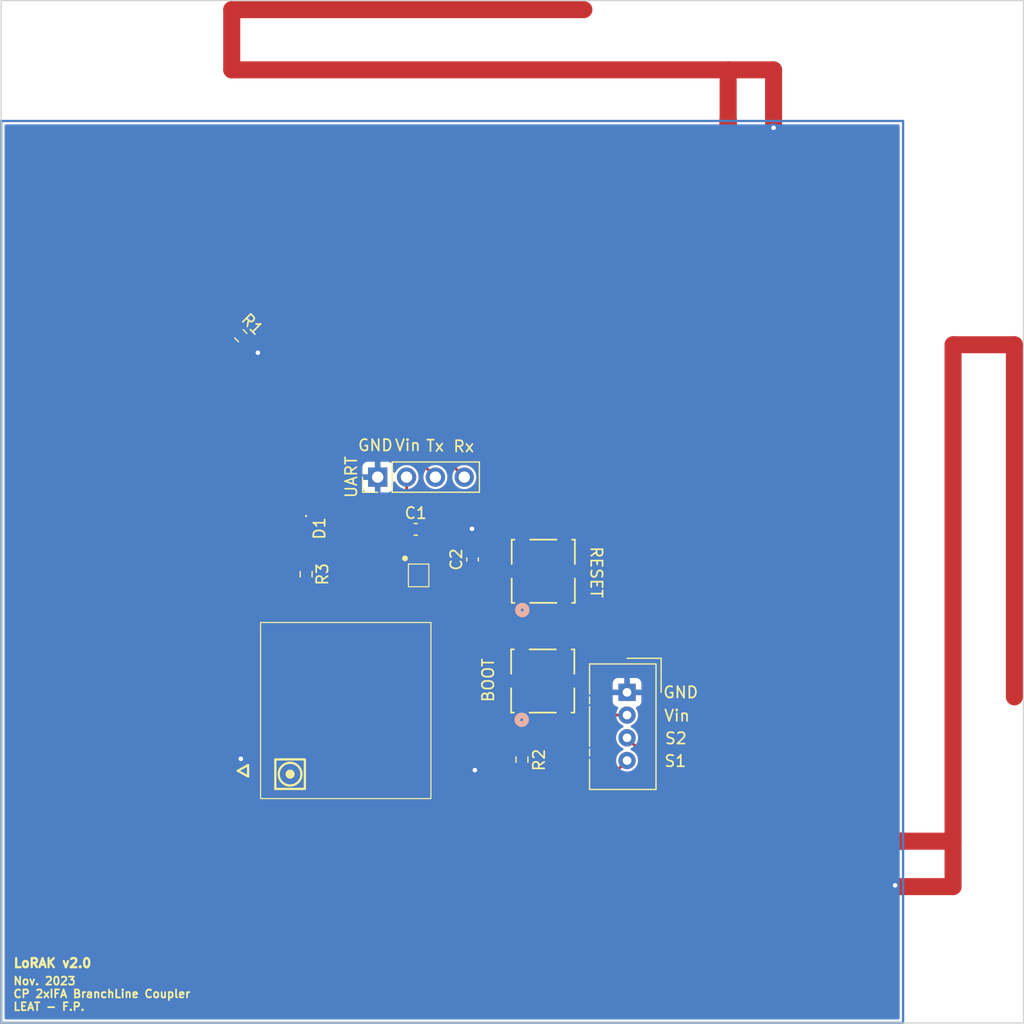
<source format=kicad_pcb>
(kicad_pcb (version 20221018) (generator pcbnew)
  (layers (0 "F.Cu" signal) (31 "B.Cu" signal) (34 "B.Paste" user) (35 "F.Paste" user) (36 "B.SilkS" user "B.Silkscreen") (37 "F.SilkS" user "F.Silkscreen") (38 "B.Mask" user) (39 "F.Mask" user) (44 "Edge.Cuts" user))
  (net 0 "")
  (net 1 "/VIN")
  (net 2 "GND")
  (net 3 "+3.3V")
  (net 4 "/RX")
  (net 5 "/TX")
  (net 6 "/S1")
  (net 7 "/S2")
  (net 9 "Net-(D1-A)")
  (net 10 "Net-(RAK3172(H)1-BOOT)")
  (net 15 "/RF_OUT")
  (net 22 "Net-(RAK3172(H)1-ADC1)")
  (net 31 "Net-(RAK3172(H)1-RST)")
  (footprint "00_lib:Grove_2.0" (layer "F.Cu") (at 95.05 110.75)
    (fp_text reference "J2" hide)
    (fp_text value "I2C" hide)
    (fp_line (start -3.15 -5.5) (end -3.15 -2.85) (stroke (width 0.12)) (layer "F.SilkS"))
    (fp_line (start -3.15 -5.5) (end 2.7 -5.5) (stroke (width 0.12)) (layer "F.SilkS"))
    (fp_line (start -3.15 -2.6) (end -3.15 -2) (stroke (width 0.12)) (layer "F.SilkS"))
    (fp_line (start -3.15 -1.75) (end -3.15 1.75) (stroke (width 0.12)) (layer "F.SilkS"))
    (fp_line (start -3.15 2) (end -3.15 2.6) (stroke (width 0.12)) (layer "F.SilkS"))
    (fp_line (start -3.15 2.9) (end -3.15 5.55) (stroke (width 0.12)) (layer "F.SilkS"))
    (fp_line (start -3.15 5.55) (end 2.7 5.55) (stroke (width 0.12)) (layer "F.SilkS"))
    (fp_line (start 0.15 -6) (end 3.15 -6) (stroke (width 0.12)) (layer "F.SilkS"))
    (fp_line (start 2.7 -5.5) (end 2.7 5.55) (stroke (width 0.12)) (layer "F.SilkS"))
    (fp_line (start 3.15 -6) (end 3.15 -3) (stroke (width 0.12)) (layer "F.SilkS"))
    (pad "1" thru_hole rect (at 0.15 -3) (size 1.524 1.524) (drill 0.762) (layers "*.Cu" "*.Mask") (net 2 "GND"))
    (pad "2" thru_hole circle (at 0.15 -1) (size 1.524 1.524) (drill 0.762) (layers "*.Cu" "*.Mask") (net 3 "+3.3V"))
    (pad "3" thru_hole circle (at 0.15 1) (size 1.524 1.524) (drill 0.762) (layers "*.Cu" "*.Mask") (net 7 "/S2"))
    (pad "4" thru_hole circle (at 0.15 3) (size 1.524 1.524) (drill 0.762) (layers "*.Cu" "*.Mask") (net 6 "/S1"))
  )
  (footprint "Connector_PinHeader_2.54mm:PinHeader_1x04_P2.54mm_Vertical" (layer "F.Cu") (at 73.25 88.8 90)
    (fp_text reference "UART" (at 0 -2.33 90) (layer "F.SilkS"))
    (fp_text value "UART")
    (fp_line (start -1.33 -1.33) (end 0 -1.33) (stroke (width 0.12)) (layer "F.SilkS"))
    (fp_line (start -1.33 0) (end -1.33 -1.33) (stroke (width 0.12)) (layer "F.SilkS"))
    (fp_line (start -1.33 1.27) (end -1.33 8.95) (stroke (width 0.12)) (layer "F.SilkS"))
    (fp_line (start -1.33 1.27) (end 1.33 1.27) (stroke (width 0.12)) (layer "F.SilkS"))
    (fp_line (start -1.33 8.95) (end 1.33 8.95) (stroke (width 0.12)) (layer "F.SilkS"))
    (fp_line (start 1.33 1.27) (end 1.33 8.95) (stroke (width 0.12)) (layer "F.SilkS"))
    (pad "1" thru_hole rect (at 0 0 90) (size 1.7 1.7) (drill 1) (layers "*.Cu" "*.Mask") (net 2 "GND"))
    (pad "2" thru_hole oval (at 0 2.54 90) (size 1.7 1.7) (drill 1) (layers "*.Cu" "*.Mask") (net 1 "/VIN"))
    (pad "3" thru_hole oval (at 0 5.08 90) (size 1.7 1.7) (drill 1) (layers "*.Cu" "*.Mask") (net 5 "/TX"))
    (pad "4" thru_hole oval (at 0 7.62 90) (size 1.7 1.7) (drill 1) (layers "*.Cu" "*.Mask") (net 4 "/RX"))
  )
  (footprint "Capacitor_SMD:C_0603_1608Metric" (layer "F.Cu") (at 81.6 96.05 90)
    (fp_text reference "C2" (at 0 -1.43 90) (layer "F.SilkS"))
    (fp_text value "10uF")
    (fp_line (start -0.14058 -0.51) (end 0.14058 -0.51) (stroke (width 0.12)) (layer "F.SilkS"))
    (fp_line (start -0.14058 0.51) (end 0.14058 0.51) (stroke (width 0.12)) (layer "F.SilkS"))
    (pad "1" smd roundrect (at -0.775 0 90) (size 0.9 0.95) (layers "F.Cu" "F.Paste" "F.Mask") (net 3 "+3.3V"))
    (pad "2" smd roundrect (at 0.775 0 90) (size 0.9 0.95) (layers "F.Cu" "F.Paste" "F.Mask") (net 2 "GND"))
  )
  (footprint "Capacitor_SMD:C_0603_1608Metric" (layer "F.Cu") (at 76.6 93.4)
    (fp_text reference "C1" (at 0 -1.43) (layer "F.SilkS"))
    (fp_text value "10uF")
    (fp_line (start -0.14058 -0.51) (end 0.14058 -0.51) (stroke (width 0.12)) (layer "F.SilkS"))
    (fp_line (start -0.14058 0.51) (end 0.14058 0.51) (stroke (width 0.12)) (layer "F.SilkS"))
    (pad "1" smd roundrect (at -0.775 0) (size 0.9 0.95) (layers "F.Cu" "F.Paste" "F.Mask") (net 1 "/VIN"))
    (pad "2" smd roundrect (at 0.775 0) (size 0.9 0.95) (layers "F.Cu" "F.Paste" "F.Mask") (net 2 "GND"))
  )
  (footprint "00_lib:PTS526" (layer "F.Cu") (at 87.7363 97.037801 90)
    (fp_text reference "SW3" hide)
    (fp_text value "~")
    (fp_circle (center -3.465599 -1.7588) (end -3.084599 -1.7588) (stroke (width 0.508)) (fill none) (layer "B.SilkS"))
    (fp_line (start -2.830599 -2.6901) (end -2.830599 -2.447139) (stroke (width 0.1524)) (layer "F.SilkS"))
    (fp_line (start -2.830599 -1.070459) (end -2.830599 1.252859) (stroke (width 0.1524)) (layer "F.SilkS"))
    (fp_line (start -2.830599 2.629539) (end -2.830599 2.8725) (stroke (width 0.1524)) (layer "F.SilkS"))
    (fp_line (start -2.830599 2.8725) (end -0.686839 2.8725) (stroke (width 0.1524)) (layer "F.SilkS"))
    (fp_line (start -0.686839 -2.6901) (end -2.830599 -2.6901) (stroke (width 0.1524)) (layer "F.SilkS"))
    (fp_line (start 0.588241 2.8725) (end 2.732001 2.8725) (stroke (width 0.1524)) (layer "F.SilkS"))
    (fp_line (start 2.732001 -2.6901) (end 0.588241 -2.6901) (stroke (width 0.1524)) (layer "F.SilkS"))
    (fp_line (start 2.732001 -2.447139) (end 2.732001 -2.6901) (stroke (width 0.1524)) (layer "F.SilkS"))
    (fp_line (start 2.732001 1.252859) (end 2.732001 -1.070459) (stroke (width 0.1524)) (layer "F.SilkS"))
    (fp_line (start 2.732001 2.8725) (end 2.732001 2.629539) (stroke (width 0.1524)) (layer "F.SilkS"))
    (pad "1" smd rect (at -3.049301 -1.758799 90) (size 0.9906 0.7112) (layers "F.Cu" "F.Paste" "F.Mask") (net 31 "Net-(RAK3172(H)1-RST)"))
    (pad "2" smd rect (at 2.950702 -1.758799 90) (size 0.9906 0.7112) (layers "F.Cu" "F.Paste" "F.Mask") (net 31 "Net-(RAK3172(H)1-RST)"))
    (pad "3" smd rect (at -3.049301 1.941199 90) (size 0.9906 0.7112) (layers "F.Cu" "F.Paste" "F.Mask") (net 2 "GND"))
    (pad "4" smd rect (at 2.950702 1.941199 90) (size 0.9906 0.7112) (layers "F.Cu" "F.Paste" "F.Mask") (net 2 "GND"))
    (pad "5" smd rect (at -0.049299 -2.4088 180) (size 0.7112 0.6096) (layers "F.Cu" "F.Paste" "F.Mask"))
    (pad "6" smd rect (at -0.049299 2.5912 180) (size 0.7112 0.6096) (layers "F.Cu" "F.Paste" "F.Mask"))
  )
  (footprint "LED_SMD:LED_0402_1005Metric" (layer "F.Cu") (at 66.95 93.3175 -90)
    (fp_text reference "D1" (at 0 -1.17 90) (layer "F.SilkS"))
    (fp_text value "LED")
    (fp_circle (center -1.09 0) (end -1.04 0) (stroke (width 0.1)) (fill none) (layer "F.SilkS"))
    (pad "1" smd roundrect (at -0.485 0 270) (size 0.59 0.64) (layers "F.Cu" "F.Paste" "F.Mask") (net 2 "GND"))
    (pad "2" smd roundrect (at 0.485 0 270) (size 0.59 0.64) (layers "F.Cu" "F.Paste" "F.Mask") (net 9 "Net-(D1-A)"))
  )
  (footprint "Resistor_SMD:R_0603_1608Metric" (layer "F.Cu") (at 66.95 97.35 -90)
    (fp_text reference "R3" (at 0 -1.43 90) (layer "F.SilkS"))
    (fp_text value "R")
    (fp_line (start -0.237258 -0.5225) (end 0.237258 -0.5225) (stroke (width 0.12)) (layer "F.SilkS"))
    (fp_line (start -0.237258 0.5225) (end 0.237258 0.5225) (stroke (width 0.12)) (layer "F.SilkS"))
    (pad "1" smd roundrect (at -0.825 0 270) (size 0.8 0.95) (layers "F.Cu" "F.Paste" "F.Mask") (net 9 "Net-(D1-A)"))
    (pad "2" smd roundrect (at 0.825 0 270) (size 0.8 0.95) (layers "F.Cu" "F.Paste" "F.Mask") (net 22 "Net-(RAK3172(H)1-ADC1)"))
  )
  (footprint "00_lib:PTS526" (layer "F.Cu") (at 87.6863 106.7 90)
    (fp_text reference "SW1" hide)
    (fp_text value "~")
    (fp_circle (center -3.465599 -1.7588) (end -3.084599 -1.7588) (stroke (width 0.508)) (fill none) (layer "B.SilkS"))
    (fp_line (start -2.830599 -2.6901) (end -2.830599 -2.447139) (stroke (width 0.1524)) (layer "F.SilkS"))
    (fp_line (start -2.830599 -1.070459) (end -2.830599 1.252859) (stroke (width 0.1524)) (layer "F.SilkS"))
    (fp_line (start -2.830599 2.629539) (end -2.830599 2.8725) (stroke (width 0.1524)) (layer "F.SilkS"))
    (fp_line (start -2.830599 2.8725) (end -0.686839 2.8725) (stroke (width 0.1524)) (layer "F.SilkS"))
    (fp_line (start -0.686839 -2.6901) (end -2.830599 -2.6901) (stroke (width 0.1524)) (layer "F.SilkS"))
    (fp_line (start 0.588241 2.8725) (end 2.732001 2.8725) (stroke (width 0.1524)) (layer "F.SilkS"))
    (fp_line (start 2.732001 -2.6901) (end 0.588241 -2.6901) (stroke (width 0.1524)) (layer "F.SilkS"))
    (fp_line (start 2.732001 -2.447139) (end 2.732001 -2.6901) (stroke (width 0.1524)) (layer "F.SilkS"))
    (fp_line (start 2.732001 1.252859) (end 2.732001 -1.070459) (stroke (width 0.1524)) (layer "F.SilkS"))
    (fp_line (start 2.732001 2.8725) (end 2.732001 2.629539) (stroke (width 0.1524)) (layer "F.SilkS"))
    (pad "1" smd rect (at -3.049301 -1.758799 90) (size 0.9906 0.7112) (layers "F.Cu" "F.Paste" "F.Mask") (net 10 "Net-(RAK3172(H)1-BOOT)"))
    (pad "2" smd rect (at 2.950702 -1.758799 90) (size 0.9906 0.7112) (layers "F.Cu" "F.Paste" "F.Mask") (net 10 "Net-(RAK3172(H)1-BOOT)"))
    (pad "3" smd rect (at -3.049301 1.941199 90) (size 0.9906 0.7112) (layers "F.Cu" "F.Paste" "F.Mask") (net 3 "+3.3V"))
    (pad "4" smd rect (at 2.950702 1.941199 90) (size 0.9906 0.7112) (layers "F.Cu" "F.Paste" "F.Mask") (net 3 "+3.3V"))
    (pad "5" smd rect (at -0.049299 -2.4088 180) (size 0.7112 0.6096) (layers "F.Cu" "F.Paste" "F.Mask"))
    (pad "6" smd rect (at -0.049299 2.5912 180) (size 0.7112 0.6096) (layers "F.Cu" "F.Paste" "F.Mask"))
  )
  (footprint "00_lib:RAK3172" (layer "F.Cu") (at 70.4875 109.35 90)
    (fp_text reference "RAK3172(H)1" hide)
    (fp_text value "~" hide)
    (fp_line (start -5.8 -8.65) (end -4.8 -8.65) (stroke (width 0.2)) (layer "F.SilkS"))
    (fp_line (start -5.3 -9.55) (end -5.8 -8.65) (stroke (width 0.2)) (layer "F.SilkS"))
    (fp_line (start -4.8 -8.65) (end -5.3 -9.55) (stroke (width 0.2)) (layer "F.SilkS"))
    (fp_rect (start -7.75 -7.55) (end 7.75 7.45) (stroke (width 0.1)) (fill none) (layer "F.SilkS"))
    (fp_rect (start -6.9 -6.25) (end -4.3 -3.65) (stroke (width 0.2)) (fill none) (layer "F.SilkS"))
    (fp_circle (center -5.6 -4.95) (end -5.3 -4.95) (stroke (width 0.2)) (fill solid) (layer "F.SilkS"))
    (fp_circle (center -5.6 -4.95) (end -4.6 -4.95) (stroke (width 0.2)) (fill none) (layer "F.SilkS"))
    (pad "1" smd rect (at 5.75 -7.4625 180) (size 1.825 0.7) (layers "F.Cu" "F.Paste" "F.Mask") (net 4 "/RX"))
    (pad "2" smd rect (at 4.75 -7.45 180) (size 1.825 0.7) (layers "F.Cu" "F.Paste" "F.Mask") (net 5 "/TX"))
    (pad "3" smd rect (at 3.75 -7.45 180) (size 1.825 0.7) (layers "F.Cu" "F.Paste" "F.Mask"))
    (pad "4" smd rect (at 2.75 -7.45 180) (size 1.825 0.7) (layers "F.Cu" "F.Paste" "F.Mask"))
    (pad "5" smd rect (at 1.75 -7.45 180) (size 1.825 0.7) (layers "F.Cu" "F.Paste" "F.Mask"))
    (pad "6" smd rect (at 0.75 -7.45 180) (size 1.825 0.7) (layers "F.Cu" "F.Paste" "F.Mask"))
    (pad "7" smd rect (at -0.25 -7.45 180) (size 1.825 0.7) (layers "F.Cu" "F.Paste" "F.Mask"))
    (pad "8" smd rect (at -1.25 -7.45 180) (size 1.825 0.7) (layers "F.Cu" "F.Paste" "F.Mask"))
    (pad "9" smd rect (at -2.25 -7.4375 180) (size 1.825 0.7) (layers "F.Cu" "F.Paste" "F.Mask") (net 6 "/S1"))
    (pad "10" smd rect (at -3.25 -7.4375 180) (size 1.825 0.7) (layers "F.Cu" "F.Paste" "F.Mask") (net 7 "/S2"))
    (pad "11" smd rect (at -4.25 -7.4375 180) (size 1.825 0.7) (layers "F.Cu" "F.Paste" "F.Mask") (net 2 "GND"))
    (pad "12" smd rect (at -5.25 -7.4375 180) (size 1.825 0.7) (layers "F.Cu" "F.Paste" "F.Mask") (net 15 "/RF_OUT"))
    (pad "13" smd rect (at -7.6625 0.45 270) (size 1.825 0.7) (layers "F.Cu" "F.Paste" "F.Mask"))
    (pad "14" smd rect (at -7.65 1.45 270) (size 1.825 0.7) (layers "F.Cu" "F.Paste" "F.Mask"))
    (pad "15" smd rect (at -7.65 2.45 270) (size 1.825 0.7) (layers "F.Cu" "F.Paste" "F.Mask"))
    (pad "16" smd rect (at -7.65 3.45 270) (size 1.825 0.7) (layers "F.Cu" "F.Paste" "F.Mask"))
    (pad "17" smd rect (at -5.25 7.3625) (size 1.825 0.7) (layers "F.Cu" "F.Paste" "F.Mask") (net 2 "GND"))
    (pad "18" smd rect (at -4.25 7.35) (size 1.825 0.7) (layers "F.Cu" "F.Paste" "F.Mask") (net 2 "GND"))
    (pad "19" smd rect (at -3.25 7.35) (size 1.825 0.7) (layers "F.Cu" "F.Paste" "F.Mask"))
    (pad "20" smd rect (at 1.75 7.3625) (size 1.825 0.7) (layers "F.Cu" "F.Paste" "F.Mask"))
    (pad "21" smd rect (at 2.75 7.35) (size 1.825 0.7) (layers "F.Cu" "F.Paste" "F.Mask") (net 10 "Net-(RAK3172(H)1-BOOT)"))
    (pad "22" smd rect (at 3.75 7.35) (size 1.825 0.7) (layers "F.Cu" "F.Paste" "F.Mask") (net 31 "Net-(RAK3172(H)1-RST)"))
    (pad "23" smd rect (at 4.75 7.35) (size 1.825 0.7) (layers "F.Cu" "F.Paste" "F.Mask"))
    (pad "24" smd rect (at 5.75 7.35) (size 1.825 0.7) (layers "F.Cu" "F.Paste" "F.Mask") (net 3 "+3.3V"))
    (pad "25" smd rect (at 7.65 3.45 270) (size 1.825 0.7) (layers "F.Cu" "F.Paste" "F.Mask"))
    (pad "26" smd rect (at 7.65 2.45 270) (size 1.825 0.7) (layers "F.Cu" "F.Paste" "F.Mask"))
    (pad "27" smd rect (at 7.65 1.45 270) (size 1.825 0.7) (layers "F.Cu" "F.Paste" "F.Mask"))
    (pad "28" smd rect (at 7.65 0.45 270) (size 1.825 0.7) (layers "F.Cu" "F.Paste" "F.Mask") (net 2 "GND"))
    (pad "29" smd rect (at 7.65 -0.55 270) (size 1.825 0.7) (layers "F.Cu" "F.Paste" "F.Mask"))
    (pad "30" smd rect (at 7.65 -1.55 270) (size 1.825 0.7) (layers "F.Cu" "F.Paste" "F.Mask"))
    (pad "31" smd rect (at 7.65 -2.55 270) (size 1.825 0.7) (layers "F.Cu" "F.Paste" "F.Mask"))
    (pad "32" smd rect (at 7.6375 -3.55 270) (size 1.825 0.7) (layers "F.Cu" "F.Paste" "F.Mask") (net 22 "Net-(RAK3172(H)1-ADC1)"))
  )
  (footprint "00_lib:STLQ020" (layer "F.Cu") (at 76.9025 97.5025)
    (fp_text reference "U1" hide)
    (fp_text value "~" hide)
    (fp_rect (start -0.95 -1.05) (end 0.85 0.95) (stroke (width 0.1)) (fill none) (layer "F.SilkS"))
    (fp_circle (center -1.25 -1.55) (end -1 -1.55) (stroke (width 0.01)) (fill solid) (layer "F.SilkS"))
    (pad "1" smd rect (at -1.075 -0.7) (size 0.85 0.4) (layers "F.Cu" "F.Paste" "F.Mask") (net 1 "/VIN"))
    (pad "2" smd rect (at -1.075 -0.05) (size 0.85 0.4) (layers "F.Cu" "F.Paste" "F.Mask") (net 2 "GND"))
    (pad "3" smd rect (at -1.075 0.6) (size 0.85 0.4) (layers "F.Cu" "F.Paste" "F.Mask") (net 1 "/VIN"))
    (pad "4" smd rect (at 0.975 0.6) (size 0.85 0.4) (layers "F.Cu" "F.Paste" "F.Mask"))
    (pad "5" smd rect (at 0.975 -0.7) (size 0.85 0.4) (layers "F.Cu" "F.Paste" "F.Mask") (net 3 "+3.3V"))
  )
  (footprint "Resistor_SMD:R_0603_1608Metric" (layer "F.Cu") (at 85.95 113.675 -90)
    (fp_text reference "R2" (at 0.025 -1.5 90) (layer "F.SilkS"))
    (fp_text value "R")
    (fp_line (start -0.237258 -0.5225) (end 0.237258 -0.5225) (stroke (width 0.12)) (layer "F.SilkS"))
    (fp_line (start -0.237258 0.5225) (end 0.237258 0.5225) (stroke (width 0.12)) (layer "F.SilkS"))
    (pad "1" smd roundrect (at -0.825 0 270) (size 0.8 0.95) (layers "F.Cu" "F.Paste" "F.Mask") (net 10 "Net-(RAK3172(H)1-BOOT)"))
    (pad "2" smd roundrect (at 0.825 0 270) (size 0.8 0.95) (layers "F.Cu" "F.Paste" "F.Mask") (net 2 "GND"))
  )
  (footprint "Resistor_SMD:R_0603_1608Metric" (layer "F.Cu") (at 61.2 76.35 -45)
    (fp_text reference "R1" (at 0 -1.43 135) (layer "F.SilkS"))
    (fp_text value "R")
    (fp_line (start -0.237258 -0.5225) (end 0.237258 -0.5225) (stroke (width 0.12)) (layer "F.SilkS"))
    (fp_line (start -0.237258 0.5225) (end 0.237258 0.5225) (stroke (width 0.12)) (layer "F.SilkS"))
    (pad "1" smd roundrect (at -0.825 0 315) (size 0.8 0.95) (layers "F.Cu" "F.Paste" "F.Mask") (net 15 "/RF_OUT"))
    (pad "2" smd roundrect (at 0.825 0 315) (size 0.8 0.95) (layers "F.Cu" "F.Paste" "F.Mask") (net 2 "GND"))
  )
  (gr_line (start 60.4 52.95) (end 60.4 47.65) (stroke (width 1.5)) (layer "F.Cu"))
  (gr_line (start 56.1 71.35) (end 56.1 121.35) (stroke (width 1.55)) (layer "F.Cu"))
  (gr_line (start 91.4 47.65) (end 60.4 47.65) (stroke (width 1.5)) (layer "F.Cu"))
  (gr_line (start 123.9 77.15) (end 129.3 77.15) (stroke (width 1.5)) (layer "F.Cu"))
  (gr_line (start 129.3 108.15) (end 129.3 77.15) (stroke (width 1.5)) (layer "F.Cu"))
  (gr_line (start 123.9 120.85) (end 123.9 77.15) (stroke (width 1.5)) (layer "F.Cu"))
  (gr_line (start 56.1 71.35) (end 60.5 75.75) (stroke (width 1.55)) (layer "F.Cu"))
  (gr_line (start 123.9 120.85) (end 123.9 124.85) (stroke (width 1.5)) (layer "F.Cu"))
  (gr_line (start 108.1 52.95) (end 108.1 58.05) (stroke (width 1.5)) (layer "F.Cu"))
  (gr_line (start 104.1 52.95) (end 60.4 52.95) (stroke (width 1.5)) (layer "F.Cu"))
  (gr_line (start 104.1 57.35) (end 104.1 52.95) (stroke (width 1.5)) (layer "F.Cu"))
  (gr_poly (pts (xy 61.35 117.05) (xy 63.5 114.9) (xy 63.5 114.35) (xy 62.15 114.35) (xy 60.3 116.2) (xy 61.25 117.15)) (stroke (width 0.2)) (fill solid) (layer "F.Cu"))
  (gr_line (start 104.1 120.85) (end 119.5 120.85) (stroke (width 1.55)) (layer "F.Cu"))
  (gr_line (start 123.9 124.85) (end 118.8 124.85) (stroke (width 1.5)) (layer "F.Cu"))
  (gr_line (start 56.6 121.35) (end 103.2 121.35) (stroke (width 2.65)) (layer "F.Cu"))
  (gr_line (start 56.1 121.35) (end 60.8 116.65) (stroke (width 1.55)) (layer "F.Cu"))
  (gr_line (start 104.1 71.35) (end 104.1 57.35) (stroke (width 1.55)) (layer "F.Cu"))
  (gr_line (start 104.1 52.95) (end 108.1 52.95) (stroke (width 1.5)) (layer "F.Cu"))
  (gr_line (start 104.1 71.35) (end 104.1 120.85) (stroke (width 1.55)) (layer "F.Cu"))
  (gr_line (start 56.6 71.35) (end 103.5 71.35) (stroke (width 2.65)) (layer "F.Cu"))
  (gr_line (start 119.5 120.85) (end 123.9 120.85) (stroke (width 1.5)) (layer "F.Cu"))
  (gr_rect (start 40.1 57.45) (end 119.5 136.85) (stroke (width 0.2)) (fill none) (layer "B.Cu"))
  (gr_rect (start 40.1 46.85) (end 130.1 136.85) (stroke (width 0.1)) (fill none) (layer "Edge.Cuts"))
  (gr_text "GND" (at 99.925 107.75) (layer "F.SilkS") (effects (font (size 1 1))))
  (gr_text "Tx\n" (at 78.3 86.05) (layer "F.SilkS") (effects (font (size 1 1))))
  (gr_text "GND" (at 73.05 86) (layer "F.SilkS") (effects (font (size 1 1))))
  (gr_text "RESET\n" (at 92.5 97.175 270) (layer "F.SilkS") (effects (font (size 1 1))))
  (gr_text "Vin\n" (at 75.9 86) (layer "F.SilkS") (effects (font (size 1 1))))
  (gr_text "S1\n" (at 99.45 113.8) (layer "F.SilkS") (effects (font (size 1 1))))
  (gr_text "S2" (at 99.5 111.8) (layer "F.SilkS") (effects (font (size 1 1))))
  (gr_text "Rx" (at 80.825 86.1) (layer "F.SilkS") (effects (font (size 1 1))))
  (gr_text "BOOT\n" (at 82.975 106.675 90) (layer "F.SilkS") (effects (font (size 1 1))))
  (gr_text "Nov. 2023\nCP 2xIFA BranchLine Coupler\nLEAT - F.P." (at 41.1 135.825) (layer "F.SilkS") (effects (font (size 0.7 0.7)) (justify left bottom)))
  (gr_text "Vin\n" (at 99.6 109.8) (layer "F.SilkS") (effects (font (size 1 1))))
  (gr_text "LoRAK v2.0" (at 41.1 132.05) (layer "F.SilkS") (effects (font (size 0.8 0.8) (thickness 0.2) bold) (justify left bottom)))
  (segment (start 63.327382 78.577382) (end 63.427382 78.577382) (width 0) (layer "F.Cu") (net 0))
  (segment (start 76.5025 98.1025) (end 76.6 98.005) (width 0.25) (layer "F.Cu") (net 1))
  (segment (start 75.8275 98.1025) (end 76.5025 98.1025) (width 0.25) (layer "F.Cu") (net 1))
  (segment (start 76.6 96.9) (end 76.5025 96.8025) (width 0.25) (layer "F.Cu") (net 1))
  (segment (start 75.825 93.4) (end 75.8275 96.8025) (width 0.25) (layer "F.Cu") (net 1))
  (segment (start 75.79 88.8) (end 75.825 93.4) (width 0.25) (layer "F.Cu") (net 1))
  (segment (start 76.6 98.005) (end 76.6 96.9) (width 0.25) (layer "F.Cu") (net 1))
  (segment (start 76.5025 96.8025) (end 75.8275 96.8025) (width 0.25) (layer "F.Cu") (net 1))
  (segment (start 77.8375 114.5875) (end 77.85 114.6) (width 0.25) (layer "F.Cu") (net 2))
  (segment (start 70.9375 101.7) (end 70.9375 100.5375) (width 0.25) (layer "F.Cu") (net 2))
  (segment (start 70.9375 100.5375) (end 74.0225 97.4525) (width 0.25) (layer "F.Cu") (net 2))
  (segment (start 89.677499 94.087099) (end 88.857199 93.266799) (width 0.25) (layer "F.Cu") (net 2))
  (segment (start 85.95 114.5) (end 85.85 114.6) (width 0.25) (layer "F.Cu") (net 2))
  (segment (start 81.6 95.275) (end 81.6 93.4) (width 0.25) (layer "F.Cu") (net 2))
  (segment (start 89.6469 100.056503) (end 89.677499 100.087102) (width 0.25) (layer "F.Cu") (net 2))
  (segment (start 61.783363 76.933363) (end 62.7 77.85) (width 1.55) (layer "F.Cu") (net 2))
  (segment (start 89.6469 94.117698) (end 89.6469 100.056503) (width 0.25) (layer "F.Cu") (net 2))
  (segment (start 77.8375 113.6) (end 77.8375 114.5875) (width 0.25) (layer "F.Cu") (net 2))
  (segment (start 89.677499 100.087102) (end 95.2 105.609603) (width 0.25) (layer "F.Cu") (net 2))
  (segment (start 81.5 93.4) (end 81.55 93.35) (width 0.25) (layer "F.Cu") (net 2))
  (segment (start 89.677499 94.087099) (end 89.6469 94.117698) (width 0.25) (layer "F.Cu") (net 2))
  (segment (start 88.857199 93.266799) (end 81.633201 93.266799) (width 0.25) (layer "F.Cu") (net 2))
  (segment (start 73.25 88.8) (end 69.55 88.8) (width 0.25) (layer "F.Cu") (net 2))
  (segment (start 85.85 114.6) (end 81.8 114.6) (width 0.25) (layer "F.Cu") (net 2))
  (segment (start 81.633201 93.266799) (end 81.55 93.35) (width 0.25) (layer "F.Cu") (net 2))
  (segment (start 66.95 92.8325) (end 66.95 91.4) (width 0.25) (layer "F.Cu") (net 2))
  (segment (start 81.6 93.4) (end 81.55 93.35) (width 0.25) (layer "F.Cu") (net 2))
  (segment (start 77.85 114.6) (end 81.8 114.6) (width 0.25) (layer "F.Cu") (net 2))
  (segment (start 95.2 105.609603) (end 95.2 107.75) (width 0.25) (layer "F.Cu") (net 2))
  (segment (start 74.0225 97.4525) (end 75.8275 97.4525) (width 0.25) (layer "F.Cu") (net 2))
  (segment (start 77.375 93.4) (end 81.5 93.4) (width 0.25) (layer "F.Cu") (net 2))
  (segment (start 63.05 113.6) (end 61.2 113.6) (width 0.25) (layer "F.Cu") (net 2))
  (segment (start 69.55 88.8) (end 66.95 91.4) (width 0.25) (layer "F.Cu") (net 2))
  (segment (start 73.25 96.68) (end 74.0225 97.4525) (width 0.25) (layer "F.Cu") (net 2))
  (segment (start 73.25 88.8) (end 73.25 96.68) (width 0.25) (layer "F.Cu") (net 2))
  (via (at 81.55 93.35) (size 0.8) (drill 0.4) (layers "F.Cu" "B.Cu") (net 2))
  (via (at 118.8 124.738722) (size 0.8) (drill 0.4) (layers "F.Cu" "B.Cu") (net 2))
  (via (at 61.2 113.6) (size 0.8) (drill 0.4) (layers "F.Cu" "B.Cu") (net 2))
  (via (at 81.8 114.6) (size 0.8) (drill 0.4) (layers "F.Cu" "B.Cu") (net 2))
  (via (at 62.7 77.85) (size 0.8) (drill 0.4) (layers "F.Cu" "B.Cu") (net 2))
  (via (at 108.1 58.05) (size 0.8) (drill 0.4) (layers "F.Cu" "B.Cu") (net 2))
  (segment (start 88.807199 108.929001) (end 89.627499 109.749301) (width 0.25) (layer "F.Cu") (net 3))
  (segment (start 76.15 104.125) (end 76.15 108.3) (width 0.25) (layer "F.Cu") (net 3))
  (segment (start 95.199301 109.749301) (end 95.2 109.75) (width 0.25) (layer "F.Cu") (net 3))
  (segment (start 84.3625 102.6) (end 81.6 99.8375) (width 0.25) (layer "F.Cu") (net 3))
  (segment (start 89.627499 103.749298) (end 87.986899 103.749298) (width 0.25) (layer "F.Cu") (net 3))
  (segment (start 77.8375 103.6) (end 76.675 103.6) (width 0.25) (layer "F.Cu") (net 3))
  (segment (start 81.6 96.825) (end 81.6 99.8375) (width 0.25) (layer "F.Cu") (net 3))
  (segment (start 86.837601 102.6) (end 84.3625 102.6) (width 0.25) (layer "F.Cu") (net 3))
  (segment (start 87.986899 103.749298) (end 86.837601 102.6) (width 0.25) (layer "F.Cu") (net 3))
  (segment (start 76.675 103.6) (end 76.15 104.125) (width 0.25) (layer "F.Cu") (net 3))
  (segment (start 89.627499 109.749301) (end 95.199301 109.749301) (width 0.25) (layer "F.Cu") (net 3))
  (segment (start 81.6 99.8375) (end 77.8375 103.6) (width 0.25) (layer "F.Cu") (net 3))
  (segment (start 76.15 108.3) (end 76.779001 108.929001) (width 0.25) (layer "F.Cu") (net 3))
  (segment (start 76.779001 108.929001) (end 88.807199 108.929001) (width 0.25) (layer "F.Cu") (net 3))
  (segment (start 77.8775 96.8025) (end 81.6 96.825) (width 0.25) (layer "F.Cu") (net 3))
  (segment (start 63.025 93.188604) (end 70.013604 86.2) (width 0.25) (layer "F.Cu") (net 4))
  (segment (start 78.27 86.2) (end 80.87 88.8) (width 0.25) (layer "F.Cu") (net 4))
  (segment (start 63.025 103.6) (end 63.025 93.188604) (width 0.25) (layer "F.Cu") (net 4))
  (segment (start 70.013604 86.2) (end 78.27 86.2) (width 0.25) (layer "F.Cu") (net 4))
  (segment (start 65.8 91.05) (end 70.2 86.65) (width 0.25) (layer "F.Cu") (net 5))
  (segment (start 76.18 86.65) (end 78.33 88.8) (width 0.25) (layer "F.Cu") (net 5))
  (segment (start 70.2 86.65) (end 76.18 86.65) (width 0.25) (layer "F.Cu") (net 5))
  (segment (start 64.2 104.6) (end 65.8 103) (width 0.25) (layer "F.Cu") (net 5))
  (segment (start 65.8 103) (end 65.8 91.05) (width 0.25) (layer "F.Cu") (net 5))
  (segment (start 63.0375 104.6) (end 64.2 104.6) (width 0.25) (layer "F.Cu") (net 5))
  (segment (start 95.2 113.75) (end 92.9 116.05) (width 0.25) (layer "F.Cu") (net 6))
  (segment (start 92.9 116.05) (end 76.9 116.05) (width 0.25) (layer "F.Cu") (net 6))
  (segment (start 76.9 116.05) (end 72.45 111.6) (width 0.25) (layer "F.Cu") (net 6))
  (segment (start 72.45 111.6) (end 63.05 111.6) (width 0.25) (layer "F.Cu") (net 6))
  (segment (start 94 116.5) (end 75.35 116.5) (width 0.25) (layer "F.Cu") (net 7))
  (segment (start 96.287 112.837) (end 96.287 114.213) (width 0.25) (layer "F.Cu") (net 7))
  (segment (start 96.287 114.213) (end 94 116.5) (width 0.25) (layer "F.Cu") (net 7))
  (segment (start 75.35 116.5) (end 71.45 112.6) (width 0.25) (layer "F.Cu") (net 7))
  (segment (start 71.45 112.6) (end 63.05 112.6) (width 0.25) (layer "F.Cu") (net 7))
  (segment (start 95.2 111.75) (end 96.287 112.837) (width 0.25) (layer "F.Cu") (net 7))
  (segment (start 66.95 96.525) (end 66.95 93.8025) (width 0.25) (layer "F.Cu") (net 9))
  (segment (start 85.927501 112.827501) (end 85.927501 109.749301) (width 0.25) (layer "F.Cu") (net 10))
  (segment (start 85.927501 103.749298) (end 83.076799 106.6) (width 0.25) (layer "F.Cu") (net 10))
  (segment (start 85.95 112.85) (end 85.927501 112.827501) (width 0.25) (layer "F.Cu") (net 10))
  (segment (start 83.076799 106.6) (end 77.8375 106.6) (width 0.25) (layer "F.Cu") (net 10))
  (segment (start 66.9375 98.1875) (end 66.95 98.175) (width 0.25) (layer "F.Cu") (net 22))
  (segment (start 66.9375 101.7125) (end 66.9375 98.1875) (width 0.25) (layer "F.Cu") (net 22))
  (segment (start 90.308099 102.928998) (end 90.308099 104.391901) (width 0.25) (layer "F.Cu") (net 31))
  (segment (start 85.977501 100.087102) (end 87.466203 100.087102) (width 0.25) (layer "F.Cu") (net 31))
  (segment (start 76.925 105.6) (end 77.8375 105.6) (width 0.25) (layer "F.Cu") (net 31))
  (segment (start 90.308099 104.391901) (end 86.425 108.275) (width 0.25) (layer "F.Cu") (net 31))
  (segment (start 76.775 108.275) (end 76.6 108.1) (width 0.25) (layer "F.Cu") (net 31))
  (segment (start 86.583101 99.481502) (end 86.583101 94.692699) (width 0.25) (layer "F.Cu") (net 31))
  (segment (start 76.6 105.925) (end 76.925 105.6) (width 0.25) (layer "F.Cu") (net 31))
  (segment (start 86.425 108.275) (end 76.775 108.275) (width 0.25) (layer "F.Cu") (net 31))
  (segment (start 85.977501 100.087102) (end 86.583101 99.481502) (width 0.25) (layer "F.Cu") (net 31))
  (segment (start 87.466203 100.087102) (end 90.308099 102.928998) (width 0.25) (layer "F.Cu") (net 31))
  (segment (start 76.6 108.1) (end 76.6 105.925) (width 0.25) (layer "F.Cu") (net 31))
  (segment (start 86.583101 94.692699) (end 85.977501 94.087099) (width 0.25) (layer "F.Cu") (net 31))
  (zone (net 2) (net_name "GND") (layer "B.Cu") (connect_pads (clearance 0.2)) (min_thickness 0.25) (fill yes (thermal_gap 0.5) (thermal_bridge_width 0.5))
    (polygon (pts (xy 40.1 57.45) (xy 119.5 57.45) (xy 119.5 136.85) (xy 40.1 136.85)))
  )
)
</source>
